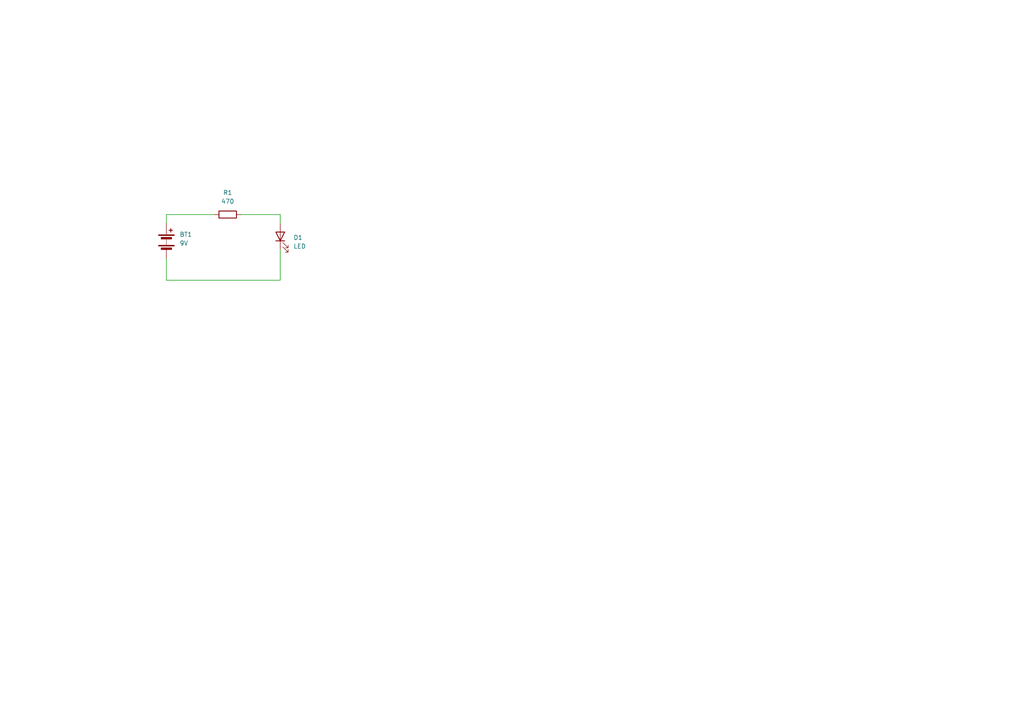
<source format=kicad_sch>
(kicad_sch (version 20250114) (generator "eeschema") (generator_version "9.0")
  (paper "A4")
  (lib_symbols
    (symbol "Device:Battery" (pin_numbers (hide yes)) (pin_names (offset 0) (hide yes))
      (property "Reference" "BT" (at 2.54 2.54 0))
      (property "Value" "Battery" (at 2.54 0 0))
      (symbol "Battery_0_1"
        (rectangle (start -2.286 1.778) (end 2.286 1.524) (fill (type outline)))
        (rectangle (start -2.286 -1.27) (end 2.286 -1.524) (fill (type outline)))
        (rectangle (start -1.524 1.016) (end 1.524 0.508) (fill (type outline)))
        (rectangle (start -1.524 -2.032) (end 1.524 -2.54) (fill (type outline)))
        (polyline (pts (xy 0 1.778) (xy 0 2.54)))
        (polyline (pts (xy 0 0) (xy 0 0.254)))
        (polyline (pts (xy 0 -0.508) (xy 0 -0.254)))
        (polyline (pts (xy 0 -1.016) (xy 0 -0.762)))
        (polyline (pts (xy 0.762 3.048) (xy 1.778 3.048)) (stroke (width 0.254)))
        (polyline (pts (xy 1.27 3.556) (xy 1.27 2.54)) (stroke (width 0.254)))
      )
      (symbol "Battery_1_1"
        (pin passive line (at 0 5.08 270) (length 2.54) (name "+") (number "1"))
        (pin passive line (at 0 -5.08 90) (length 2.54) (name "-") (number "2"))
      )
    )
    (symbol "Device:LED" (pin_numbers (hide yes)) (pin_names (offset 1.016) (hide yes))
      (property "Reference" "D" (at 0 2.54 0))
      (property "Value" "LED" (at 0 -2.54 0))
      (symbol "LED_0_1"
        (polyline (pts (xy -3.048 -0.762) (xy -4.572 -2.286) (xy -3.81 -2.286) (xy -4.572 -2.286) (xy -4.572 -1.524)))
        (polyline (pts (xy -1.778 -0.762) (xy -3.302 -2.286) (xy -2.54 -2.286) (xy -3.302 -2.286) (xy -3.302 -1.524)))
        (polyline (pts (xy -1.27 0) (xy 1.27 0)))
        (polyline (pts (xy -1.27 -1.27) (xy -1.27 1.27)) (stroke (width 0.254)))
        (polyline (pts (xy 1.27 -1.27) (xy 1.27 1.27) (xy -1.27 0) (xy 1.27 -1.27)) (stroke (width 0.254)))
      )
      (symbol "LED_1_1"
        (pin passive line (at -3.81 0 0) (length 2.54) (name "K") (number "1"))
        (pin passive line (at 3.81 0 180) (length 2.54) (name "A") (number "2"))
      )
    )
    (symbol "Device:R" (pin_numbers (hide yes)) (pin_names (offset 0))
      (property "Reference" "R" (at 2.032 0 90))
      (property "Value" "R" (at 0 0 90))
      (symbol "R_0_1"
        (rectangle (start -1.016 -2.54) (end 1.016 2.54) (stroke (width 0.254)))
      )
      (symbol "R_1_1"
        (pin passive line (at 0 3.81 270) (length 1.27) (name "~") (number "1"))
        (pin passive line (at 0 -3.81 90) (length 1.27) (name "~") (number "2"))
      )
    )
  )
  (wire (pts (xy 69.85 62.23) (xy 81.28 62.23)))
  (wire (pts (xy 81.28 72.39) (xy 81.28 81.28)))
  (wire (pts (xy 81.28 81.28) (xy 48.26 81.28)))
  (wire (pts (xy 48.26 62.23) (xy 62.23 62.23)))
  (wire (pts (xy 48.26 74.93) (xy 48.26 81.28)))
  (wire (pts (xy 48.26 64.77) (xy 48.26 62.23)))
  (wire (pts (xy 81.28 62.23) (xy 81.28 64.77)))
  (symbol (lib_id "Device:LED") (at 81.28 68.58 90) (unit 1)
    (property "Reference" "D1" (at 85.09 68.8974 90) (effects (justify right)))
    (property "Value" "LED" (at 85.09 71.4374 90) (effects (justify right)))
    (property "Footprint" "LED_THT:LED_D5.0mm" (effects (hide yes)))
    (property "Description" "Light emitting diode" (effects (hide yes)))
    (property "Sim.Pins" "1=K 2=A" (effects (hide yes)))
  )
  (symbol (lib_id "Device:Battery") (at 48.26 69.85 0) (unit 1)
    (property "Reference" "BT1" (at 52.07 68.0084 0) (effects (justify left)))
    (property "Value" "9V" (at 52.07 70.5484 0) (effects (justify left)))
    (property "Footprint" "Connector_PinHeader_2.54mm:PinHeader_2x01_P2.54mm_Vertical" (effects (hide yes)))
    (property "Description" "Multiple-cell battery" (effects (hide yes)))
  )
  (symbol (lib_id "Device:R") (at 66.04 62.23 90) (unit 1)
    (property "Reference" "R1" (at 66.04 55.88 90))
    (property "Value" "470" (at 66.04 58.42 90))
    (property "Footprint" "Resistor_THT:R_Axial_DIN0614_L14.3mm_D5.7mm_P20.32mm_Horizontal" (effects (hide yes)))
    (property "Description" "Resistor" (effects (hide yes)))
  )
)
</source>
